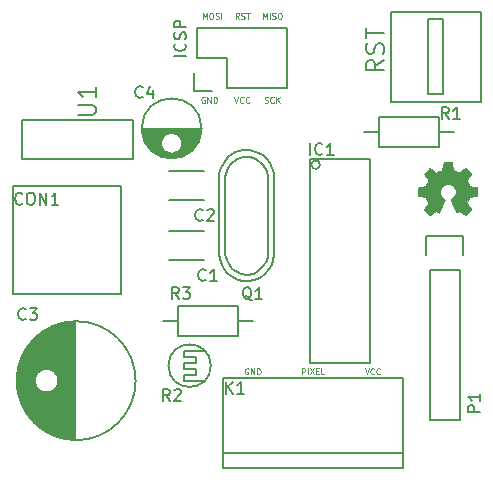
<source format=gbr>
G04 #@! TF.FileFunction,Legend,Top*
%FSLAX46Y46*%
G04 Gerber Fmt 4.6, Leading zero omitted, Abs format (unit mm)*
G04 Created by KiCad (PCBNEW 4.0.1-3.201512221401+6198~38~ubuntu15.10.1-stable) date sáb 02 ene 2016 12:37:04 CET*
%MOMM*%
G01*
G04 APERTURE LIST*
%ADD10C,0.100000*%
%ADD11C,0.125000*%
%ADD12C,0.150000*%
%ADD13C,0.002540*%
G04 APERTURE END LIST*
D10*
D11*
X99917334Y-101834190D02*
X100084001Y-102334190D01*
X100250667Y-101834190D01*
X100703048Y-102286571D02*
X100679238Y-102310381D01*
X100607810Y-102334190D01*
X100560191Y-102334190D01*
X100488762Y-102310381D01*
X100441143Y-102262762D01*
X100417334Y-102215143D01*
X100393524Y-102119905D01*
X100393524Y-102048476D01*
X100417334Y-101953238D01*
X100441143Y-101905619D01*
X100488762Y-101858000D01*
X100560191Y-101834190D01*
X100607810Y-101834190D01*
X100679238Y-101858000D01*
X100703048Y-101881810D01*
X101203048Y-102286571D02*
X101179238Y-102310381D01*
X101107810Y-102334190D01*
X101060191Y-102334190D01*
X100988762Y-102310381D01*
X100941143Y-102262762D01*
X100917334Y-102215143D01*
X100893524Y-102119905D01*
X100893524Y-102048476D01*
X100917334Y-101953238D01*
X100941143Y-101905619D01*
X100988762Y-101858000D01*
X101060191Y-101834190D01*
X101107810Y-101834190D01*
X101179238Y-101858000D01*
X101203048Y-101881810D01*
X94587334Y-102334190D02*
X94587334Y-101834190D01*
X94777810Y-101834190D01*
X94825429Y-101858000D01*
X94849238Y-101881810D01*
X94873048Y-101929429D01*
X94873048Y-102000857D01*
X94849238Y-102048476D01*
X94825429Y-102072286D01*
X94777810Y-102096095D01*
X94587334Y-102096095D01*
X95087334Y-102334190D02*
X95087334Y-101834190D01*
X95277810Y-101834190D02*
X95611143Y-102334190D01*
X95611143Y-101834190D02*
X95277810Y-102334190D01*
X95801619Y-102072286D02*
X95968285Y-102072286D01*
X96039714Y-102334190D02*
X95801619Y-102334190D01*
X95801619Y-101834190D01*
X96039714Y-101834190D01*
X96492095Y-102334190D02*
X96254000Y-102334190D01*
X96254000Y-101834190D01*
X90043047Y-101858000D02*
X89995428Y-101834190D01*
X89924000Y-101834190D01*
X89852571Y-101858000D01*
X89804952Y-101905619D01*
X89781143Y-101953238D01*
X89757333Y-102048476D01*
X89757333Y-102119905D01*
X89781143Y-102215143D01*
X89804952Y-102262762D01*
X89852571Y-102310381D01*
X89924000Y-102334190D01*
X89971619Y-102334190D01*
X90043047Y-102310381D01*
X90066857Y-102286571D01*
X90066857Y-102119905D01*
X89971619Y-102119905D01*
X90281143Y-102334190D02*
X90281143Y-101834190D01*
X90566857Y-102334190D01*
X90566857Y-101834190D01*
X90804953Y-102334190D02*
X90804953Y-101834190D01*
X90924000Y-101834190D01*
X90995429Y-101858000D01*
X91043048Y-101905619D01*
X91066857Y-101953238D01*
X91090667Y-102048476D01*
X91090667Y-102119905D01*
X91066857Y-102215143D01*
X91043048Y-102262762D01*
X90995429Y-102310381D01*
X90924000Y-102334190D01*
X90804953Y-102334190D01*
D12*
X75403000Y-107869000D02*
X75403000Y-97871000D01*
X75263000Y-107865000D02*
X75263000Y-97875000D01*
X75123000Y-107857000D02*
X75123000Y-97883000D01*
X74983000Y-107845000D02*
X74983000Y-97895000D01*
X74843000Y-107830000D02*
X74843000Y-97910000D01*
X74703000Y-107810000D02*
X74703000Y-97930000D01*
X74563000Y-107786000D02*
X74563000Y-97954000D01*
X74423000Y-107757000D02*
X74423000Y-97983000D01*
X74283000Y-107725000D02*
X74283000Y-98015000D01*
X74143000Y-107688000D02*
X74143000Y-98052000D01*
X74003000Y-107647000D02*
X74003000Y-98093000D01*
X73863000Y-107602000D02*
X73863000Y-103336000D01*
X73863000Y-102404000D02*
X73863000Y-98138000D01*
X73723000Y-107552000D02*
X73723000Y-103537000D01*
X73723000Y-102203000D02*
X73723000Y-98188000D01*
X73583000Y-107497000D02*
X73583000Y-103666000D01*
X73583000Y-102074000D02*
X73583000Y-98243000D01*
X73443000Y-107437000D02*
X73443000Y-103755000D01*
X73443000Y-101985000D02*
X73443000Y-98303000D01*
X73303000Y-107372000D02*
X73303000Y-103816000D01*
X73303000Y-101924000D02*
X73303000Y-98368000D01*
X73163000Y-107302000D02*
X73163000Y-103853000D01*
X73163000Y-101887000D02*
X73163000Y-98438000D01*
X73023000Y-107226000D02*
X73023000Y-103869000D01*
X73023000Y-101871000D02*
X73023000Y-98514000D01*
X72883000Y-107144000D02*
X72883000Y-103865000D01*
X72883000Y-101875000D02*
X72883000Y-98596000D01*
X72743000Y-107056000D02*
X72743000Y-103842000D01*
X72743000Y-101898000D02*
X72743000Y-98684000D01*
X72603000Y-106961000D02*
X72603000Y-103797000D01*
X72603000Y-101943000D02*
X72603000Y-98779000D01*
X72463000Y-106859000D02*
X72463000Y-103727000D01*
X72463000Y-102013000D02*
X72463000Y-98881000D01*
X72323000Y-106749000D02*
X72323000Y-103626000D01*
X72323000Y-102114000D02*
X72323000Y-98991000D01*
X72183000Y-106631000D02*
X72183000Y-103477000D01*
X72183000Y-102263000D02*
X72183000Y-99109000D01*
X72043000Y-106503000D02*
X72043000Y-103225000D01*
X72043000Y-102515000D02*
X72043000Y-99237000D01*
X71903000Y-106366000D02*
X71903000Y-99374000D01*
X71763000Y-106216000D02*
X71763000Y-99524000D01*
X71623000Y-106054000D02*
X71623000Y-99686000D01*
X71483000Y-105877000D02*
X71483000Y-99863000D01*
X71343000Y-105681000D02*
X71343000Y-100059000D01*
X71203000Y-105463000D02*
X71203000Y-100277000D01*
X71063000Y-105217000D02*
X71063000Y-100523000D01*
X70923000Y-104932000D02*
X70923000Y-100808000D01*
X70783000Y-104590000D02*
X70783000Y-101150000D01*
X70643000Y-104144000D02*
X70643000Y-101596000D01*
X70503000Y-103369000D02*
X70503000Y-102371000D01*
X73978000Y-102870000D02*
G75*
G03X73978000Y-102870000I-1000000J0D01*
G01*
X80515500Y-102870000D02*
G75*
G03X80515500Y-102870000I-5037500J0D01*
G01*
X70866000Y-84074000D02*
X80264000Y-84074000D01*
X70866000Y-80772000D02*
X70866000Y-84074000D01*
X70866000Y-80772000D02*
X80264000Y-80772000D01*
X80264000Y-80772000D02*
X80264000Y-84074000D01*
X79248000Y-86360000D02*
X79248000Y-95504000D01*
X70104000Y-95504000D02*
X70104000Y-86360000D01*
X70104000Y-86360000D02*
X79248000Y-86360000D01*
X70104000Y-95504000D02*
X79248000Y-95504000D01*
X85471000Y-76835000D02*
X85471000Y-78359000D01*
X85471000Y-78359000D02*
X86995000Y-78359000D01*
X90805000Y-78105000D02*
X93345000Y-78105000D01*
X93345000Y-78105000D02*
X93345000Y-73025000D01*
X93345000Y-73025000D02*
X90805000Y-73025000D01*
X85725000Y-75565000D02*
X88265000Y-75565000D01*
X88265000Y-75565000D02*
X88265000Y-78105000D01*
X88265000Y-78105000D02*
X90805000Y-78105000D01*
X85725000Y-73025000D02*
X85725000Y-75565000D01*
X90805000Y-73025000D02*
X85725000Y-73025000D01*
X83316000Y-90190000D02*
X86316000Y-90190000D01*
X86316000Y-92690000D02*
X83316000Y-92690000D01*
X83316000Y-85110000D02*
X86316000Y-85110000D01*
X86316000Y-87610000D02*
X83316000Y-87610000D01*
X86065000Y-81589000D02*
X81067000Y-81589000D01*
X86057000Y-81729000D02*
X81075000Y-81729000D01*
X86041000Y-81869000D02*
X83661000Y-81869000D01*
X83471000Y-81869000D02*
X81091000Y-81869000D01*
X86017000Y-82009000D02*
X84056000Y-82009000D01*
X83076000Y-82009000D02*
X81115000Y-82009000D01*
X85984000Y-82149000D02*
X84223000Y-82149000D01*
X82909000Y-82149000D02*
X81148000Y-82149000D01*
X85943000Y-82289000D02*
X84330000Y-82289000D01*
X82802000Y-82289000D02*
X81189000Y-82289000D01*
X85893000Y-82429000D02*
X84401000Y-82429000D01*
X82731000Y-82429000D02*
X81239000Y-82429000D01*
X85832000Y-82569000D02*
X84445000Y-82569000D01*
X82687000Y-82569000D02*
X81300000Y-82569000D01*
X85762000Y-82709000D02*
X84464000Y-82709000D01*
X82668000Y-82709000D02*
X81370000Y-82709000D01*
X85680000Y-82849000D02*
X84462000Y-82849000D01*
X82670000Y-82849000D02*
X81452000Y-82849000D01*
X85585000Y-82989000D02*
X84437000Y-82989000D01*
X82695000Y-82989000D02*
X81547000Y-82989000D01*
X85474000Y-83129000D02*
X84389000Y-83129000D01*
X82743000Y-83129000D02*
X81658000Y-83129000D01*
X85346000Y-83269000D02*
X84311000Y-83269000D01*
X82821000Y-83269000D02*
X81786000Y-83269000D01*
X85197000Y-83409000D02*
X84194000Y-83409000D01*
X82938000Y-83409000D02*
X81935000Y-83409000D01*
X85018000Y-83549000D02*
X84006000Y-83549000D01*
X83126000Y-83549000D02*
X82114000Y-83549000D01*
X84799000Y-83689000D02*
X82333000Y-83689000D01*
X84510000Y-83829000D02*
X82622000Y-83829000D01*
X84038000Y-83969000D02*
X83094000Y-83969000D01*
X84466000Y-82764000D02*
G75*
G03X84466000Y-82764000I-900000J0D01*
G01*
X86103500Y-81514000D02*
G75*
G03X86103500Y-81514000I-2537500J0D01*
G01*
X96117210Y-84582000D02*
G75*
G03X96117210Y-84582000I-359210J0D01*
G01*
X95250000Y-84074000D02*
X95250000Y-101346000D01*
X95250000Y-101346000D02*
X100330000Y-101346000D01*
X95250000Y-84074000D02*
X100330000Y-84074000D01*
X100330000Y-84074000D02*
X100330000Y-101346000D01*
X87884000Y-110236000D02*
X87884000Y-102616000D01*
X103124000Y-110236000D02*
X103124000Y-102616000D01*
X87884000Y-108966000D02*
X103124000Y-108966000D01*
X87884000Y-102616000D02*
X103124000Y-102616000D01*
X87884000Y-110236000D02*
X103124000Y-110236000D01*
X107950000Y-93472000D02*
X107950000Y-106172000D01*
X107950000Y-106172000D02*
X105410000Y-106172000D01*
X105410000Y-106172000D02*
X105410000Y-93472000D01*
X108230000Y-90652000D02*
X108230000Y-92202000D01*
X107950000Y-93472000D02*
X105410000Y-93472000D01*
X105130000Y-92202000D02*
X105130000Y-90652000D01*
X105130000Y-90652000D02*
X108230000Y-90652000D01*
X90916760Y-93599000D02*
X90515440Y-93799660D01*
X90515440Y-93799660D02*
X89916000Y-93901260D01*
X89916000Y-93901260D02*
X89415620Y-93799660D01*
X89415620Y-93799660D02*
X88717120Y-93400880D01*
X88717120Y-93400880D02*
X88315800Y-92798900D01*
X88315800Y-92798900D02*
X88115140Y-92199460D01*
X88115140Y-92199460D02*
X88115140Y-85600540D01*
X88115140Y-85600540D02*
X88315800Y-84899500D01*
X88315800Y-84899500D02*
X88615520Y-84500720D01*
X88615520Y-84500720D02*
X89115900Y-84099400D01*
X89115900Y-84099400D02*
X89715340Y-83898740D01*
X89715340Y-83898740D02*
X90215720Y-83898740D01*
X90215720Y-83898740D02*
X90716100Y-84099400D01*
X90716100Y-84099400D02*
X91315540Y-84599780D01*
X91315540Y-84599780D02*
X91615260Y-85100160D01*
X91615260Y-85100160D02*
X91716860Y-85600540D01*
X91716860Y-85699600D02*
X91716860Y-92301060D01*
X91716860Y-92301060D02*
X91615260Y-92699840D01*
X91615260Y-92699840D02*
X91315540Y-93200220D01*
X91315540Y-93200220D02*
X90815160Y-93700600D01*
X92245180Y-85709760D02*
X92196920Y-85250020D01*
X92196920Y-85250020D02*
X92085160Y-84851240D01*
X92085160Y-84851240D02*
X91866720Y-84419440D01*
X91866720Y-84419440D02*
X91635580Y-84129880D01*
X91635580Y-84129880D02*
X91285060Y-83799680D01*
X91285060Y-83799680D02*
X90746580Y-83510120D01*
X90746580Y-83510120D02*
X90147140Y-83380580D01*
X90147140Y-83380580D02*
X89636600Y-83380580D01*
X89636600Y-83380580D02*
X88935560Y-83550760D01*
X88935560Y-83550760D02*
X88346280Y-83949540D01*
X88346280Y-83949540D02*
X87975440Y-84409280D01*
X87975440Y-84409280D02*
X87767160Y-84830920D01*
X87767160Y-84830920D02*
X87607140Y-85280500D01*
X87607140Y-85280500D02*
X87576660Y-85719920D01*
X87795100Y-93060520D02*
X88016080Y-93438980D01*
X88016080Y-93438980D02*
X88295480Y-93759020D01*
X88295480Y-93759020D02*
X88625680Y-94010480D01*
X88625680Y-94010480D02*
X89176860Y-94310200D01*
X89176860Y-94310200D02*
X89646760Y-94419420D01*
X89646760Y-94419420D02*
X90106500Y-94439740D01*
X90106500Y-94439740D02*
X90566240Y-94350840D01*
X90566240Y-94350840D02*
X91015820Y-94160340D01*
X91015820Y-94160340D02*
X91485720Y-93799660D01*
X91485720Y-93799660D02*
X91805760Y-93449140D01*
X91805760Y-93449140D02*
X92036900Y-93060520D01*
X92036900Y-93060520D02*
X92176600Y-92631260D01*
X92176600Y-92631260D02*
X92245180Y-92189300D01*
X87586820Y-85699600D02*
X87586820Y-92151200D01*
X87586820Y-92151200D02*
X87624920Y-92570300D01*
X87624920Y-92570300D02*
X87795100Y-93060520D01*
X92245180Y-85699600D02*
X92245180Y-92151200D01*
X106172000Y-83058000D02*
X101092000Y-83058000D01*
X101092000Y-83058000D02*
X101092000Y-80518000D01*
X101092000Y-80518000D02*
X106172000Y-80518000D01*
X106172000Y-80518000D02*
X106172000Y-83058000D01*
X106172000Y-81788000D02*
X107442000Y-81788000D01*
X101092000Y-81788000D02*
X99822000Y-81788000D01*
X105283000Y-72263000D02*
X106553000Y-72263000D01*
X106553000Y-72263000D02*
X106553000Y-78613000D01*
X106553000Y-78613000D02*
X105283000Y-78613000D01*
X105283000Y-78613000D02*
X105283000Y-72263000D01*
X102108000Y-71628000D02*
X109728000Y-71628000D01*
X109728000Y-71628000D02*
X109728000Y-79248000D01*
X109728000Y-79248000D02*
X102108000Y-79248000D01*
X102108000Y-79248000D02*
X102108000Y-71628000D01*
X84074000Y-96520000D02*
X89154000Y-96520000D01*
X89154000Y-96520000D02*
X89154000Y-99060000D01*
X89154000Y-99060000D02*
X84074000Y-99060000D01*
X84074000Y-99060000D02*
X84074000Y-96520000D01*
X84074000Y-97790000D02*
X82804000Y-97790000D01*
X89154000Y-97790000D02*
X90424000Y-97790000D01*
X84582000Y-101854000D02*
X84582000Y-101346000D01*
X84582000Y-101346000D02*
X85598000Y-101346000D01*
X85598000Y-101346000D02*
X85598000Y-100838000D01*
X85598000Y-100838000D02*
X84582000Y-100838000D01*
X84582000Y-100838000D02*
X84582000Y-100330000D01*
X84582000Y-100330000D02*
X85598000Y-100330000D01*
X85598000Y-100330000D02*
X86360000Y-100330000D01*
X85598000Y-102108000D02*
X85598000Y-102362000D01*
X85598000Y-102362000D02*
X84582000Y-102362000D01*
X84582000Y-102362000D02*
X84582000Y-102870000D01*
X84582000Y-102870000D02*
X86360000Y-102870000D01*
X85598000Y-102108000D02*
X85598000Y-101854000D01*
X85598000Y-101854000D02*
X84582000Y-101854000D01*
X86886051Y-101600000D02*
G75*
G03X86886051Y-101600000I-1796051J0D01*
G01*
D13*
G36*
X105420160Y-88859360D02*
X105445560Y-88844120D01*
X105503980Y-88808560D01*
X105587800Y-88752680D01*
X105686860Y-88686640D01*
X105785920Y-88620600D01*
X105867200Y-88567260D01*
X105923080Y-88529160D01*
X105948480Y-88516460D01*
X105961180Y-88521540D01*
X106006900Y-88544400D01*
X106075480Y-88579960D01*
X106116120Y-88600280D01*
X106177080Y-88625680D01*
X106210100Y-88633300D01*
X106215180Y-88623140D01*
X106238040Y-88574880D01*
X106273600Y-88493600D01*
X106319320Y-88384380D01*
X106375200Y-88257380D01*
X106431080Y-88122760D01*
X106489500Y-87983060D01*
X106545380Y-87848440D01*
X106593640Y-87729060D01*
X106634280Y-87632540D01*
X106659680Y-87563960D01*
X106669840Y-87536020D01*
X106667300Y-87528400D01*
X106634280Y-87497920D01*
X106580940Y-87457280D01*
X106461560Y-87360760D01*
X106344720Y-87215980D01*
X106273600Y-87050880D01*
X106250740Y-86865460D01*
X106271060Y-86695280D01*
X106337100Y-86532720D01*
X106451400Y-86385400D01*
X106591100Y-86276180D01*
X106753660Y-86207600D01*
X106934000Y-86184740D01*
X107106720Y-86205060D01*
X107274360Y-86271100D01*
X107421680Y-86382860D01*
X107485180Y-86453980D01*
X107571540Y-86603840D01*
X107619800Y-86761320D01*
X107624880Y-86801960D01*
X107617260Y-86977220D01*
X107566460Y-87147400D01*
X107472480Y-87297260D01*
X107342940Y-87421720D01*
X107327700Y-87431880D01*
X107269280Y-87477600D01*
X107228640Y-87508080D01*
X107198160Y-87533480D01*
X107421680Y-88071960D01*
X107457240Y-88155780D01*
X107518200Y-88303100D01*
X107571540Y-88430100D01*
X107614720Y-88531700D01*
X107645200Y-88597740D01*
X107657900Y-88625680D01*
X107657900Y-88628220D01*
X107678220Y-88630760D01*
X107718860Y-88615520D01*
X107795060Y-88579960D01*
X107843320Y-88554560D01*
X107901740Y-88526620D01*
X107927140Y-88516460D01*
X107950000Y-88529160D01*
X108003340Y-88564720D01*
X108084620Y-88618060D01*
X108181140Y-88681560D01*
X108272580Y-88745060D01*
X108356400Y-88800940D01*
X108417360Y-88839040D01*
X108447840Y-88856820D01*
X108452920Y-88856820D01*
X108478320Y-88841580D01*
X108526580Y-88800940D01*
X108600240Y-88732360D01*
X108704380Y-88628220D01*
X108719620Y-88612980D01*
X108805980Y-88526620D01*
X108874560Y-88452960D01*
X108920280Y-88402160D01*
X108938060Y-88379300D01*
X108938060Y-88379300D01*
X108922820Y-88348820D01*
X108884720Y-88287860D01*
X108828840Y-88201500D01*
X108760260Y-88102440D01*
X108582460Y-87843360D01*
X108678980Y-87599520D01*
X108709460Y-87523320D01*
X108747560Y-87434420D01*
X108775500Y-87368380D01*
X108790740Y-87340440D01*
X108816140Y-87330280D01*
X108884720Y-87315040D01*
X108981240Y-87294720D01*
X109095540Y-87274400D01*
X109207300Y-87254080D01*
X109306360Y-87233760D01*
X109377480Y-87221060D01*
X109410500Y-87213440D01*
X109418120Y-87208360D01*
X109425740Y-87193120D01*
X109428280Y-87160100D01*
X109430820Y-87099140D01*
X109433360Y-87005160D01*
X109433360Y-86865460D01*
X109433360Y-86850220D01*
X109430820Y-86720680D01*
X109428280Y-86614000D01*
X109425740Y-86547960D01*
X109420660Y-86520020D01*
X109420660Y-86520020D01*
X109390180Y-86512400D01*
X109319060Y-86497160D01*
X109220000Y-86479380D01*
X109100620Y-86456520D01*
X109093000Y-86453980D01*
X108976160Y-86431120D01*
X108877100Y-86410800D01*
X108805980Y-86395560D01*
X108778040Y-86385400D01*
X108770420Y-86377780D01*
X108747560Y-86332060D01*
X108714540Y-86258400D01*
X108673900Y-86169500D01*
X108635800Y-86075520D01*
X108602780Y-85991700D01*
X108579920Y-85930740D01*
X108572300Y-85902800D01*
X108574840Y-85900260D01*
X108592620Y-85872320D01*
X108633260Y-85811360D01*
X108689140Y-85727540D01*
X108757720Y-85625940D01*
X108762800Y-85618320D01*
X108831380Y-85519260D01*
X108887260Y-85432900D01*
X108922820Y-85374480D01*
X108938060Y-85346540D01*
X108938060Y-85344000D01*
X108915200Y-85313520D01*
X108864400Y-85257640D01*
X108790740Y-85181440D01*
X108704380Y-85092540D01*
X108676440Y-85067140D01*
X108577380Y-84970620D01*
X108511340Y-84909660D01*
X108468160Y-84876640D01*
X108447840Y-84869020D01*
X108447840Y-84869020D01*
X108417360Y-84886800D01*
X108353860Y-84927440D01*
X108270040Y-84985860D01*
X108168440Y-85054440D01*
X108160820Y-85059520D01*
X108061760Y-85128100D01*
X107977940Y-85183980D01*
X107919520Y-85224620D01*
X107891580Y-85239860D01*
X107889040Y-85239860D01*
X107848400Y-85227160D01*
X107777280Y-85201760D01*
X107688380Y-85168740D01*
X107596940Y-85130640D01*
X107513120Y-85095080D01*
X107449620Y-85067140D01*
X107419140Y-85049360D01*
X107419140Y-85049360D01*
X107408980Y-85013800D01*
X107391200Y-84937600D01*
X107370880Y-84836000D01*
X107345480Y-84714080D01*
X107342940Y-84693760D01*
X107320080Y-84574380D01*
X107302300Y-84475320D01*
X107287060Y-84406740D01*
X107279440Y-84378800D01*
X107264200Y-84376260D01*
X107205780Y-84371180D01*
X107116880Y-84368640D01*
X107007660Y-84368640D01*
X106895900Y-84368640D01*
X106786680Y-84371180D01*
X106692700Y-84373720D01*
X106624120Y-84378800D01*
X106596180Y-84383880D01*
X106596180Y-84386420D01*
X106586020Y-84424520D01*
X106568240Y-84498180D01*
X106547920Y-84602320D01*
X106525060Y-84724240D01*
X106519980Y-84747100D01*
X106497120Y-84863940D01*
X106476800Y-84963000D01*
X106464100Y-85029040D01*
X106456480Y-85056980D01*
X106443780Y-85062060D01*
X106395520Y-85082380D01*
X106316780Y-85115400D01*
X106217720Y-85156040D01*
X105989120Y-85247480D01*
X105707180Y-85056980D01*
X105681780Y-85039200D01*
X105580180Y-84970620D01*
X105498900Y-84914740D01*
X105440480Y-84876640D01*
X105417620Y-84863940D01*
X105415080Y-84863940D01*
X105387140Y-84889340D01*
X105331260Y-84942680D01*
X105255060Y-85016340D01*
X105166160Y-85102700D01*
X105102660Y-85168740D01*
X105023920Y-85247480D01*
X104975660Y-85300820D01*
X104947720Y-85333840D01*
X104940100Y-85354160D01*
X104942640Y-85369400D01*
X104960420Y-85397340D01*
X105001060Y-85458300D01*
X105059480Y-85544660D01*
X105128060Y-85643720D01*
X105183940Y-85727540D01*
X105244900Y-85821520D01*
X105283000Y-85887560D01*
X105298240Y-85920580D01*
X105293160Y-85933280D01*
X105275380Y-85989160D01*
X105239820Y-86072980D01*
X105199180Y-86172040D01*
X105100120Y-86393020D01*
X104955340Y-86420960D01*
X104866440Y-86438740D01*
X104744520Y-86461600D01*
X104625140Y-86484460D01*
X104442260Y-86520020D01*
X104434640Y-87195660D01*
X104462580Y-87208360D01*
X104490520Y-87215980D01*
X104559100Y-87231220D01*
X104655620Y-87251540D01*
X104772460Y-87271860D01*
X104868980Y-87289640D01*
X104968040Y-87309960D01*
X105039160Y-87322660D01*
X105069640Y-87330280D01*
X105079800Y-87340440D01*
X105102660Y-87388700D01*
X105138220Y-87464900D01*
X105178860Y-87556340D01*
X105216960Y-87650320D01*
X105252520Y-87739220D01*
X105275380Y-87805260D01*
X105285540Y-87838280D01*
X105272840Y-87866220D01*
X105234740Y-87924640D01*
X105181400Y-88005920D01*
X105112820Y-88104980D01*
X105046780Y-88201500D01*
X104988360Y-88285320D01*
X104950260Y-88346280D01*
X104932480Y-88374220D01*
X104942640Y-88392000D01*
X104980740Y-88440260D01*
X105054400Y-88516460D01*
X105166160Y-88625680D01*
X105183940Y-88643460D01*
X105270300Y-88727280D01*
X105343960Y-88795860D01*
X105397300Y-88841580D01*
X105420160Y-88859360D01*
X105420160Y-88859360D01*
G37*
X105420160Y-88859360D02*
X105445560Y-88844120D01*
X105503980Y-88808560D01*
X105587800Y-88752680D01*
X105686860Y-88686640D01*
X105785920Y-88620600D01*
X105867200Y-88567260D01*
X105923080Y-88529160D01*
X105948480Y-88516460D01*
X105961180Y-88521540D01*
X106006900Y-88544400D01*
X106075480Y-88579960D01*
X106116120Y-88600280D01*
X106177080Y-88625680D01*
X106210100Y-88633300D01*
X106215180Y-88623140D01*
X106238040Y-88574880D01*
X106273600Y-88493600D01*
X106319320Y-88384380D01*
X106375200Y-88257380D01*
X106431080Y-88122760D01*
X106489500Y-87983060D01*
X106545380Y-87848440D01*
X106593640Y-87729060D01*
X106634280Y-87632540D01*
X106659680Y-87563960D01*
X106669840Y-87536020D01*
X106667300Y-87528400D01*
X106634280Y-87497920D01*
X106580940Y-87457280D01*
X106461560Y-87360760D01*
X106344720Y-87215980D01*
X106273600Y-87050880D01*
X106250740Y-86865460D01*
X106271060Y-86695280D01*
X106337100Y-86532720D01*
X106451400Y-86385400D01*
X106591100Y-86276180D01*
X106753660Y-86207600D01*
X106934000Y-86184740D01*
X107106720Y-86205060D01*
X107274360Y-86271100D01*
X107421680Y-86382860D01*
X107485180Y-86453980D01*
X107571540Y-86603840D01*
X107619800Y-86761320D01*
X107624880Y-86801960D01*
X107617260Y-86977220D01*
X107566460Y-87147400D01*
X107472480Y-87297260D01*
X107342940Y-87421720D01*
X107327700Y-87431880D01*
X107269280Y-87477600D01*
X107228640Y-87508080D01*
X107198160Y-87533480D01*
X107421680Y-88071960D01*
X107457240Y-88155780D01*
X107518200Y-88303100D01*
X107571540Y-88430100D01*
X107614720Y-88531700D01*
X107645200Y-88597740D01*
X107657900Y-88625680D01*
X107657900Y-88628220D01*
X107678220Y-88630760D01*
X107718860Y-88615520D01*
X107795060Y-88579960D01*
X107843320Y-88554560D01*
X107901740Y-88526620D01*
X107927140Y-88516460D01*
X107950000Y-88529160D01*
X108003340Y-88564720D01*
X108084620Y-88618060D01*
X108181140Y-88681560D01*
X108272580Y-88745060D01*
X108356400Y-88800940D01*
X108417360Y-88839040D01*
X108447840Y-88856820D01*
X108452920Y-88856820D01*
X108478320Y-88841580D01*
X108526580Y-88800940D01*
X108600240Y-88732360D01*
X108704380Y-88628220D01*
X108719620Y-88612980D01*
X108805980Y-88526620D01*
X108874560Y-88452960D01*
X108920280Y-88402160D01*
X108938060Y-88379300D01*
X108938060Y-88379300D01*
X108922820Y-88348820D01*
X108884720Y-88287860D01*
X108828840Y-88201500D01*
X108760260Y-88102440D01*
X108582460Y-87843360D01*
X108678980Y-87599520D01*
X108709460Y-87523320D01*
X108747560Y-87434420D01*
X108775500Y-87368380D01*
X108790740Y-87340440D01*
X108816140Y-87330280D01*
X108884720Y-87315040D01*
X108981240Y-87294720D01*
X109095540Y-87274400D01*
X109207300Y-87254080D01*
X109306360Y-87233760D01*
X109377480Y-87221060D01*
X109410500Y-87213440D01*
X109418120Y-87208360D01*
X109425740Y-87193120D01*
X109428280Y-87160100D01*
X109430820Y-87099140D01*
X109433360Y-87005160D01*
X109433360Y-86865460D01*
X109433360Y-86850220D01*
X109430820Y-86720680D01*
X109428280Y-86614000D01*
X109425740Y-86547960D01*
X109420660Y-86520020D01*
X109420660Y-86520020D01*
X109390180Y-86512400D01*
X109319060Y-86497160D01*
X109220000Y-86479380D01*
X109100620Y-86456520D01*
X109093000Y-86453980D01*
X108976160Y-86431120D01*
X108877100Y-86410800D01*
X108805980Y-86395560D01*
X108778040Y-86385400D01*
X108770420Y-86377780D01*
X108747560Y-86332060D01*
X108714540Y-86258400D01*
X108673900Y-86169500D01*
X108635800Y-86075520D01*
X108602780Y-85991700D01*
X108579920Y-85930740D01*
X108572300Y-85902800D01*
X108574840Y-85900260D01*
X108592620Y-85872320D01*
X108633260Y-85811360D01*
X108689140Y-85727540D01*
X108757720Y-85625940D01*
X108762800Y-85618320D01*
X108831380Y-85519260D01*
X108887260Y-85432900D01*
X108922820Y-85374480D01*
X108938060Y-85346540D01*
X108938060Y-85344000D01*
X108915200Y-85313520D01*
X108864400Y-85257640D01*
X108790740Y-85181440D01*
X108704380Y-85092540D01*
X108676440Y-85067140D01*
X108577380Y-84970620D01*
X108511340Y-84909660D01*
X108468160Y-84876640D01*
X108447840Y-84869020D01*
X108447840Y-84869020D01*
X108417360Y-84886800D01*
X108353860Y-84927440D01*
X108270040Y-84985860D01*
X108168440Y-85054440D01*
X108160820Y-85059520D01*
X108061760Y-85128100D01*
X107977940Y-85183980D01*
X107919520Y-85224620D01*
X107891580Y-85239860D01*
X107889040Y-85239860D01*
X107848400Y-85227160D01*
X107777280Y-85201760D01*
X107688380Y-85168740D01*
X107596940Y-85130640D01*
X107513120Y-85095080D01*
X107449620Y-85067140D01*
X107419140Y-85049360D01*
X107419140Y-85049360D01*
X107408980Y-85013800D01*
X107391200Y-84937600D01*
X107370880Y-84836000D01*
X107345480Y-84714080D01*
X107342940Y-84693760D01*
X107320080Y-84574380D01*
X107302300Y-84475320D01*
X107287060Y-84406740D01*
X107279440Y-84378800D01*
X107264200Y-84376260D01*
X107205780Y-84371180D01*
X107116880Y-84368640D01*
X107007660Y-84368640D01*
X106895900Y-84368640D01*
X106786680Y-84371180D01*
X106692700Y-84373720D01*
X106624120Y-84378800D01*
X106596180Y-84383880D01*
X106596180Y-84386420D01*
X106586020Y-84424520D01*
X106568240Y-84498180D01*
X106547920Y-84602320D01*
X106525060Y-84724240D01*
X106519980Y-84747100D01*
X106497120Y-84863940D01*
X106476800Y-84963000D01*
X106464100Y-85029040D01*
X106456480Y-85056980D01*
X106443780Y-85062060D01*
X106395520Y-85082380D01*
X106316780Y-85115400D01*
X106217720Y-85156040D01*
X105989120Y-85247480D01*
X105707180Y-85056980D01*
X105681780Y-85039200D01*
X105580180Y-84970620D01*
X105498900Y-84914740D01*
X105440480Y-84876640D01*
X105417620Y-84863940D01*
X105415080Y-84863940D01*
X105387140Y-84889340D01*
X105331260Y-84942680D01*
X105255060Y-85016340D01*
X105166160Y-85102700D01*
X105102660Y-85168740D01*
X105023920Y-85247480D01*
X104975660Y-85300820D01*
X104947720Y-85333840D01*
X104940100Y-85354160D01*
X104942640Y-85369400D01*
X104960420Y-85397340D01*
X105001060Y-85458300D01*
X105059480Y-85544660D01*
X105128060Y-85643720D01*
X105183940Y-85727540D01*
X105244900Y-85821520D01*
X105283000Y-85887560D01*
X105298240Y-85920580D01*
X105293160Y-85933280D01*
X105275380Y-85989160D01*
X105239820Y-86072980D01*
X105199180Y-86172040D01*
X105100120Y-86393020D01*
X104955340Y-86420960D01*
X104866440Y-86438740D01*
X104744520Y-86461600D01*
X104625140Y-86484460D01*
X104442260Y-86520020D01*
X104434640Y-87195660D01*
X104462580Y-87208360D01*
X104490520Y-87215980D01*
X104559100Y-87231220D01*
X104655620Y-87251540D01*
X104772460Y-87271860D01*
X104868980Y-87289640D01*
X104968040Y-87309960D01*
X105039160Y-87322660D01*
X105069640Y-87330280D01*
X105079800Y-87340440D01*
X105102660Y-87388700D01*
X105138220Y-87464900D01*
X105178860Y-87556340D01*
X105216960Y-87650320D01*
X105252520Y-87739220D01*
X105275380Y-87805260D01*
X105285540Y-87838280D01*
X105272840Y-87866220D01*
X105234740Y-87924640D01*
X105181400Y-88005920D01*
X105112820Y-88104980D01*
X105046780Y-88201500D01*
X104988360Y-88285320D01*
X104950260Y-88346280D01*
X104932480Y-88374220D01*
X104942640Y-88392000D01*
X104980740Y-88440260D01*
X105054400Y-88516460D01*
X105166160Y-88625680D01*
X105183940Y-88643460D01*
X105270300Y-88727280D01*
X105343960Y-88795860D01*
X105397300Y-88841580D01*
X105420160Y-88859360D01*
D12*
X71207334Y-97639143D02*
X71159715Y-97686762D01*
X71016858Y-97734381D01*
X70921620Y-97734381D01*
X70778762Y-97686762D01*
X70683524Y-97591524D01*
X70635905Y-97496286D01*
X70588286Y-97305810D01*
X70588286Y-97162952D01*
X70635905Y-96972476D01*
X70683524Y-96877238D01*
X70778762Y-96782000D01*
X70921620Y-96734381D01*
X71016858Y-96734381D01*
X71159715Y-96782000D01*
X71207334Y-96829619D01*
X71540667Y-96734381D02*
X72159715Y-96734381D01*
X71826381Y-97115333D01*
X71969239Y-97115333D01*
X72064477Y-97162952D01*
X72112096Y-97210571D01*
X72159715Y-97305810D01*
X72159715Y-97543905D01*
X72112096Y-97639143D01*
X72064477Y-97686762D01*
X71969239Y-97734381D01*
X71683524Y-97734381D01*
X71588286Y-97686762D01*
X71540667Y-97639143D01*
X75632571Y-80390857D02*
X76846857Y-80390857D01*
X76989714Y-80319429D01*
X77061143Y-80248000D01*
X77132571Y-80105143D01*
X77132571Y-79819429D01*
X77061143Y-79676571D01*
X76989714Y-79605143D01*
X76846857Y-79533714D01*
X75632571Y-79533714D01*
X77132571Y-78033714D02*
X77132571Y-78890857D01*
X77132571Y-78462285D02*
X75632571Y-78462285D01*
X75846857Y-78605142D01*
X75989714Y-78748000D01*
X76061143Y-78890857D01*
X70921715Y-87860143D02*
X70874096Y-87907762D01*
X70731239Y-87955381D01*
X70636001Y-87955381D01*
X70493143Y-87907762D01*
X70397905Y-87812524D01*
X70350286Y-87717286D01*
X70302667Y-87526810D01*
X70302667Y-87383952D01*
X70350286Y-87193476D01*
X70397905Y-87098238D01*
X70493143Y-87003000D01*
X70636001Y-86955381D01*
X70731239Y-86955381D01*
X70874096Y-87003000D01*
X70921715Y-87050619D01*
X71540762Y-86955381D02*
X71731239Y-86955381D01*
X71826477Y-87003000D01*
X71921715Y-87098238D01*
X71969334Y-87288714D01*
X71969334Y-87622048D01*
X71921715Y-87812524D01*
X71826477Y-87907762D01*
X71731239Y-87955381D01*
X71540762Y-87955381D01*
X71445524Y-87907762D01*
X71350286Y-87812524D01*
X71302667Y-87622048D01*
X71302667Y-87288714D01*
X71350286Y-87098238D01*
X71445524Y-87003000D01*
X71540762Y-86955381D01*
X72397905Y-87955381D02*
X72397905Y-86955381D01*
X72969334Y-87955381D01*
X72969334Y-86955381D01*
X73969334Y-87955381D02*
X73397905Y-87955381D01*
X73683619Y-87955381D02*
X73683619Y-86955381D01*
X73588381Y-87098238D01*
X73493143Y-87193476D01*
X73397905Y-87241095D01*
X84780381Y-75390190D02*
X83780381Y-75390190D01*
X84685143Y-74342571D02*
X84732762Y-74390190D01*
X84780381Y-74533047D01*
X84780381Y-74628285D01*
X84732762Y-74771143D01*
X84637524Y-74866381D01*
X84542286Y-74914000D01*
X84351810Y-74961619D01*
X84208952Y-74961619D01*
X84018476Y-74914000D01*
X83923238Y-74866381D01*
X83828000Y-74771143D01*
X83780381Y-74628285D01*
X83780381Y-74533047D01*
X83828000Y-74390190D01*
X83875619Y-74342571D01*
X84732762Y-73961619D02*
X84780381Y-73818762D01*
X84780381Y-73580666D01*
X84732762Y-73485428D01*
X84685143Y-73437809D01*
X84589905Y-73390190D01*
X84494667Y-73390190D01*
X84399429Y-73437809D01*
X84351810Y-73485428D01*
X84304190Y-73580666D01*
X84256571Y-73771143D01*
X84208952Y-73866381D01*
X84161333Y-73914000D01*
X84066095Y-73961619D01*
X83970857Y-73961619D01*
X83875619Y-73914000D01*
X83828000Y-73866381D01*
X83780381Y-73771143D01*
X83780381Y-73533047D01*
X83828000Y-73390190D01*
X84780381Y-72961619D02*
X83780381Y-72961619D01*
X83780381Y-72580666D01*
X83828000Y-72485428D01*
X83875619Y-72437809D01*
X83970857Y-72390190D01*
X84113714Y-72390190D01*
X84208952Y-72437809D01*
X84256571Y-72485428D01*
X84304190Y-72580666D01*
X84304190Y-72961619D01*
D11*
X86360047Y-78871000D02*
X86312428Y-78847190D01*
X86241000Y-78847190D01*
X86169571Y-78871000D01*
X86121952Y-78918619D01*
X86098143Y-78966238D01*
X86074333Y-79061476D01*
X86074333Y-79132905D01*
X86098143Y-79228143D01*
X86121952Y-79275762D01*
X86169571Y-79323381D01*
X86241000Y-79347190D01*
X86288619Y-79347190D01*
X86360047Y-79323381D01*
X86383857Y-79299571D01*
X86383857Y-79132905D01*
X86288619Y-79132905D01*
X86598143Y-79347190D02*
X86598143Y-78847190D01*
X86883857Y-79347190D01*
X86883857Y-78847190D01*
X87121953Y-79347190D02*
X87121953Y-78847190D01*
X87241000Y-78847190D01*
X87312429Y-78871000D01*
X87360048Y-78918619D01*
X87383857Y-78966238D01*
X87407667Y-79061476D01*
X87407667Y-79132905D01*
X87383857Y-79228143D01*
X87360048Y-79275762D01*
X87312429Y-79323381D01*
X87241000Y-79347190D01*
X87121953Y-79347190D01*
X86209286Y-72235190D02*
X86209286Y-71735190D01*
X86375952Y-72092333D01*
X86542619Y-71735190D01*
X86542619Y-72235190D01*
X86875953Y-71735190D02*
X86971191Y-71735190D01*
X87018810Y-71759000D01*
X87066429Y-71806619D01*
X87090238Y-71901857D01*
X87090238Y-72068524D01*
X87066429Y-72163762D01*
X87018810Y-72211381D01*
X86971191Y-72235190D01*
X86875953Y-72235190D01*
X86828334Y-72211381D01*
X86780715Y-72163762D01*
X86756905Y-72068524D01*
X86756905Y-71901857D01*
X86780715Y-71806619D01*
X86828334Y-71759000D01*
X86875953Y-71735190D01*
X87280715Y-72211381D02*
X87352144Y-72235190D01*
X87471191Y-72235190D01*
X87518810Y-72211381D01*
X87542620Y-72187571D01*
X87566429Y-72139952D01*
X87566429Y-72092333D01*
X87542620Y-72044714D01*
X87518810Y-72020905D01*
X87471191Y-71997095D01*
X87375953Y-71973286D01*
X87328334Y-71949476D01*
X87304525Y-71925667D01*
X87280715Y-71878048D01*
X87280715Y-71830429D01*
X87304525Y-71782810D01*
X87328334Y-71759000D01*
X87375953Y-71735190D01*
X87495001Y-71735190D01*
X87566429Y-71759000D01*
X87780715Y-72235190D02*
X87780715Y-71735190D01*
X89261191Y-72235190D02*
X89094524Y-71997095D01*
X88975477Y-72235190D02*
X88975477Y-71735190D01*
X89165953Y-71735190D01*
X89213572Y-71759000D01*
X89237381Y-71782810D01*
X89261191Y-71830429D01*
X89261191Y-71901857D01*
X89237381Y-71949476D01*
X89213572Y-71973286D01*
X89165953Y-71997095D01*
X88975477Y-71997095D01*
X89451667Y-72211381D02*
X89523096Y-72235190D01*
X89642143Y-72235190D01*
X89689762Y-72211381D01*
X89713572Y-72187571D01*
X89737381Y-72139952D01*
X89737381Y-72092333D01*
X89713572Y-72044714D01*
X89689762Y-72020905D01*
X89642143Y-71997095D01*
X89546905Y-71973286D01*
X89499286Y-71949476D01*
X89475477Y-71925667D01*
X89451667Y-71878048D01*
X89451667Y-71830429D01*
X89475477Y-71782810D01*
X89499286Y-71759000D01*
X89546905Y-71735190D01*
X89665953Y-71735190D01*
X89737381Y-71759000D01*
X89880238Y-71735190D02*
X90165952Y-71735190D01*
X90023095Y-72235190D02*
X90023095Y-71735190D01*
X88868334Y-78847190D02*
X89035001Y-79347190D01*
X89201667Y-78847190D01*
X89654048Y-79299571D02*
X89630238Y-79323381D01*
X89558810Y-79347190D01*
X89511191Y-79347190D01*
X89439762Y-79323381D01*
X89392143Y-79275762D01*
X89368334Y-79228143D01*
X89344524Y-79132905D01*
X89344524Y-79061476D01*
X89368334Y-78966238D01*
X89392143Y-78918619D01*
X89439762Y-78871000D01*
X89511191Y-78847190D01*
X89558810Y-78847190D01*
X89630238Y-78871000D01*
X89654048Y-78894810D01*
X90154048Y-79299571D02*
X90130238Y-79323381D01*
X90058810Y-79347190D01*
X90011191Y-79347190D01*
X89939762Y-79323381D01*
X89892143Y-79275762D01*
X89868334Y-79228143D01*
X89844524Y-79132905D01*
X89844524Y-79061476D01*
X89868334Y-78966238D01*
X89892143Y-78918619D01*
X89939762Y-78871000D01*
X90011191Y-78847190D01*
X90058810Y-78847190D01*
X90130238Y-78871000D01*
X90154048Y-78894810D01*
X91432143Y-79323381D02*
X91503572Y-79347190D01*
X91622619Y-79347190D01*
X91670238Y-79323381D01*
X91694048Y-79299571D01*
X91717857Y-79251952D01*
X91717857Y-79204333D01*
X91694048Y-79156714D01*
X91670238Y-79132905D01*
X91622619Y-79109095D01*
X91527381Y-79085286D01*
X91479762Y-79061476D01*
X91455953Y-79037667D01*
X91432143Y-78990048D01*
X91432143Y-78942429D01*
X91455953Y-78894810D01*
X91479762Y-78871000D01*
X91527381Y-78847190D01*
X91646429Y-78847190D01*
X91717857Y-78871000D01*
X92217857Y-79299571D02*
X92194047Y-79323381D01*
X92122619Y-79347190D01*
X92075000Y-79347190D01*
X92003571Y-79323381D01*
X91955952Y-79275762D01*
X91932143Y-79228143D01*
X91908333Y-79132905D01*
X91908333Y-79061476D01*
X91932143Y-78966238D01*
X91955952Y-78918619D01*
X92003571Y-78871000D01*
X92075000Y-78847190D01*
X92122619Y-78847190D01*
X92194047Y-78871000D01*
X92217857Y-78894810D01*
X92432143Y-79347190D02*
X92432143Y-78847190D01*
X92717857Y-79347190D02*
X92503571Y-79061476D01*
X92717857Y-78847190D02*
X92432143Y-79132905D01*
X91289286Y-72235190D02*
X91289286Y-71735190D01*
X91455952Y-72092333D01*
X91622619Y-71735190D01*
X91622619Y-72235190D01*
X91860715Y-72235190D02*
X91860715Y-71735190D01*
X92075000Y-72211381D02*
X92146429Y-72235190D01*
X92265476Y-72235190D01*
X92313095Y-72211381D01*
X92336905Y-72187571D01*
X92360714Y-72139952D01*
X92360714Y-72092333D01*
X92336905Y-72044714D01*
X92313095Y-72020905D01*
X92265476Y-71997095D01*
X92170238Y-71973286D01*
X92122619Y-71949476D01*
X92098810Y-71925667D01*
X92075000Y-71878048D01*
X92075000Y-71830429D01*
X92098810Y-71782810D01*
X92122619Y-71759000D01*
X92170238Y-71735190D01*
X92289286Y-71735190D01*
X92360714Y-71759000D01*
X92670238Y-71735190D02*
X92765476Y-71735190D01*
X92813095Y-71759000D01*
X92860714Y-71806619D01*
X92884523Y-71901857D01*
X92884523Y-72068524D01*
X92860714Y-72163762D01*
X92813095Y-72211381D01*
X92765476Y-72235190D01*
X92670238Y-72235190D01*
X92622619Y-72211381D01*
X92575000Y-72163762D01*
X92551190Y-72068524D01*
X92551190Y-71901857D01*
X92575000Y-71806619D01*
X92622619Y-71759000D01*
X92670238Y-71735190D01*
D12*
X86447334Y-94337143D02*
X86399715Y-94384762D01*
X86256858Y-94432381D01*
X86161620Y-94432381D01*
X86018762Y-94384762D01*
X85923524Y-94289524D01*
X85875905Y-94194286D01*
X85828286Y-94003810D01*
X85828286Y-93860952D01*
X85875905Y-93670476D01*
X85923524Y-93575238D01*
X86018762Y-93480000D01*
X86161620Y-93432381D01*
X86256858Y-93432381D01*
X86399715Y-93480000D01*
X86447334Y-93527619D01*
X87399715Y-94432381D02*
X86828286Y-94432381D01*
X87114000Y-94432381D02*
X87114000Y-93432381D01*
X87018762Y-93575238D01*
X86923524Y-93670476D01*
X86828286Y-93718095D01*
X86193334Y-89257143D02*
X86145715Y-89304762D01*
X86002858Y-89352381D01*
X85907620Y-89352381D01*
X85764762Y-89304762D01*
X85669524Y-89209524D01*
X85621905Y-89114286D01*
X85574286Y-88923810D01*
X85574286Y-88780952D01*
X85621905Y-88590476D01*
X85669524Y-88495238D01*
X85764762Y-88400000D01*
X85907620Y-88352381D01*
X86002858Y-88352381D01*
X86145715Y-88400000D01*
X86193334Y-88447619D01*
X86574286Y-88447619D02*
X86621905Y-88400000D01*
X86717143Y-88352381D01*
X86955239Y-88352381D01*
X87050477Y-88400000D01*
X87098096Y-88447619D01*
X87145715Y-88542857D01*
X87145715Y-88638095D01*
X87098096Y-88780952D01*
X86526667Y-89352381D01*
X87145715Y-89352381D01*
X81113334Y-78843143D02*
X81065715Y-78890762D01*
X80922858Y-78938381D01*
X80827620Y-78938381D01*
X80684762Y-78890762D01*
X80589524Y-78795524D01*
X80541905Y-78700286D01*
X80494286Y-78509810D01*
X80494286Y-78366952D01*
X80541905Y-78176476D01*
X80589524Y-78081238D01*
X80684762Y-77986000D01*
X80827620Y-77938381D01*
X80922858Y-77938381D01*
X81065715Y-77986000D01*
X81113334Y-78033619D01*
X81970477Y-78271714D02*
X81970477Y-78938381D01*
X81732381Y-77890762D02*
X81494286Y-78605048D01*
X82113334Y-78605048D01*
X95289810Y-83764381D02*
X95289810Y-82764381D01*
X96337429Y-83669143D02*
X96289810Y-83716762D01*
X96146953Y-83764381D01*
X96051715Y-83764381D01*
X95908857Y-83716762D01*
X95813619Y-83621524D01*
X95766000Y-83526286D01*
X95718381Y-83335810D01*
X95718381Y-83192952D01*
X95766000Y-83002476D01*
X95813619Y-82907238D01*
X95908857Y-82812000D01*
X96051715Y-82764381D01*
X96146953Y-82764381D01*
X96289810Y-82812000D01*
X96337429Y-82859619D01*
X97289810Y-83764381D02*
X96718381Y-83764381D01*
X97004095Y-83764381D02*
X97004095Y-82764381D01*
X96908857Y-82907238D01*
X96813619Y-83002476D01*
X96718381Y-83050095D01*
X88161905Y-103957381D02*
X88161905Y-102957381D01*
X88733334Y-103957381D02*
X88304762Y-103385952D01*
X88733334Y-102957381D02*
X88161905Y-103528810D01*
X89685715Y-103957381D02*
X89114286Y-103957381D01*
X89400000Y-103957381D02*
X89400000Y-102957381D01*
X89304762Y-103100238D01*
X89209524Y-103195476D01*
X89114286Y-103243095D01*
X109672381Y-105513095D02*
X108672381Y-105513095D01*
X108672381Y-105132142D01*
X108720000Y-105036904D01*
X108767619Y-104989285D01*
X108862857Y-104941666D01*
X109005714Y-104941666D01*
X109100952Y-104989285D01*
X109148571Y-105036904D01*
X109196190Y-105132142D01*
X109196190Y-105513095D01*
X109672381Y-103989285D02*
X109672381Y-104560714D01*
X109672381Y-104275000D02*
X108672381Y-104275000D01*
X108815238Y-104370238D01*
X108910476Y-104465476D01*
X108958095Y-104560714D01*
X90328762Y-96051619D02*
X90233524Y-96004000D01*
X90138286Y-95908762D01*
X89995429Y-95765905D01*
X89900190Y-95718286D01*
X89804952Y-95718286D01*
X89852571Y-95956381D02*
X89757333Y-95908762D01*
X89662095Y-95813524D01*
X89614476Y-95623048D01*
X89614476Y-95289714D01*
X89662095Y-95099238D01*
X89757333Y-95004000D01*
X89852571Y-94956381D01*
X90043048Y-94956381D01*
X90138286Y-95004000D01*
X90233524Y-95099238D01*
X90281143Y-95289714D01*
X90281143Y-95623048D01*
X90233524Y-95813524D01*
X90138286Y-95908762D01*
X90043048Y-95956381D01*
X89852571Y-95956381D01*
X91233524Y-95956381D02*
X90662095Y-95956381D01*
X90947809Y-95956381D02*
X90947809Y-94956381D01*
X90852571Y-95099238D01*
X90757333Y-95194476D01*
X90662095Y-95242095D01*
X107021334Y-80716381D02*
X106688000Y-80240190D01*
X106449905Y-80716381D02*
X106449905Y-79716381D01*
X106830858Y-79716381D01*
X106926096Y-79764000D01*
X106973715Y-79811619D01*
X107021334Y-79906857D01*
X107021334Y-80049714D01*
X106973715Y-80144952D01*
X106926096Y-80192571D01*
X106830858Y-80240190D01*
X106449905Y-80240190D01*
X107973715Y-80716381D02*
X107402286Y-80716381D01*
X107688000Y-80716381D02*
X107688000Y-79716381D01*
X107592762Y-79859238D01*
X107497524Y-79954476D01*
X107402286Y-80002095D01*
X101516571Y-75751428D02*
X100802286Y-76251428D01*
X101516571Y-76608571D02*
X100016571Y-76608571D01*
X100016571Y-76037143D01*
X100088000Y-75894285D01*
X100159429Y-75822857D01*
X100302286Y-75751428D01*
X100516571Y-75751428D01*
X100659429Y-75822857D01*
X100730857Y-75894285D01*
X100802286Y-76037143D01*
X100802286Y-76608571D01*
X101445143Y-75180000D02*
X101516571Y-74965714D01*
X101516571Y-74608571D01*
X101445143Y-74465714D01*
X101373714Y-74394285D01*
X101230857Y-74322857D01*
X101088000Y-74322857D01*
X100945143Y-74394285D01*
X100873714Y-74465714D01*
X100802286Y-74608571D01*
X100730857Y-74894285D01*
X100659429Y-75037143D01*
X100588000Y-75108571D01*
X100445143Y-75180000D01*
X100302286Y-75180000D01*
X100159429Y-75108571D01*
X100088000Y-75037143D01*
X100016571Y-74894285D01*
X100016571Y-74537143D01*
X100088000Y-74322857D01*
X100016571Y-73894286D02*
X100016571Y-73037143D01*
X101516571Y-73465714D02*
X100016571Y-73465714D01*
X84161334Y-95956381D02*
X83828000Y-95480190D01*
X83589905Y-95956381D02*
X83589905Y-94956381D01*
X83970858Y-94956381D01*
X84066096Y-95004000D01*
X84113715Y-95051619D01*
X84161334Y-95146857D01*
X84161334Y-95289714D01*
X84113715Y-95384952D01*
X84066096Y-95432571D01*
X83970858Y-95480190D01*
X83589905Y-95480190D01*
X84494667Y-94956381D02*
X85113715Y-94956381D01*
X84780381Y-95337333D01*
X84923239Y-95337333D01*
X85018477Y-95384952D01*
X85066096Y-95432571D01*
X85113715Y-95527810D01*
X85113715Y-95765905D01*
X85066096Y-95861143D01*
X85018477Y-95908762D01*
X84923239Y-95956381D01*
X84637524Y-95956381D01*
X84542286Y-95908762D01*
X84494667Y-95861143D01*
X83399334Y-104592381D02*
X83066000Y-104116190D01*
X82827905Y-104592381D02*
X82827905Y-103592381D01*
X83208858Y-103592381D01*
X83304096Y-103640000D01*
X83351715Y-103687619D01*
X83399334Y-103782857D01*
X83399334Y-103925714D01*
X83351715Y-104020952D01*
X83304096Y-104068571D01*
X83208858Y-104116190D01*
X82827905Y-104116190D01*
X83780286Y-103687619D02*
X83827905Y-103640000D01*
X83923143Y-103592381D01*
X84161239Y-103592381D01*
X84256477Y-103640000D01*
X84304096Y-103687619D01*
X84351715Y-103782857D01*
X84351715Y-103878095D01*
X84304096Y-104020952D01*
X83732667Y-104592381D01*
X84351715Y-104592381D01*
M02*

</source>
